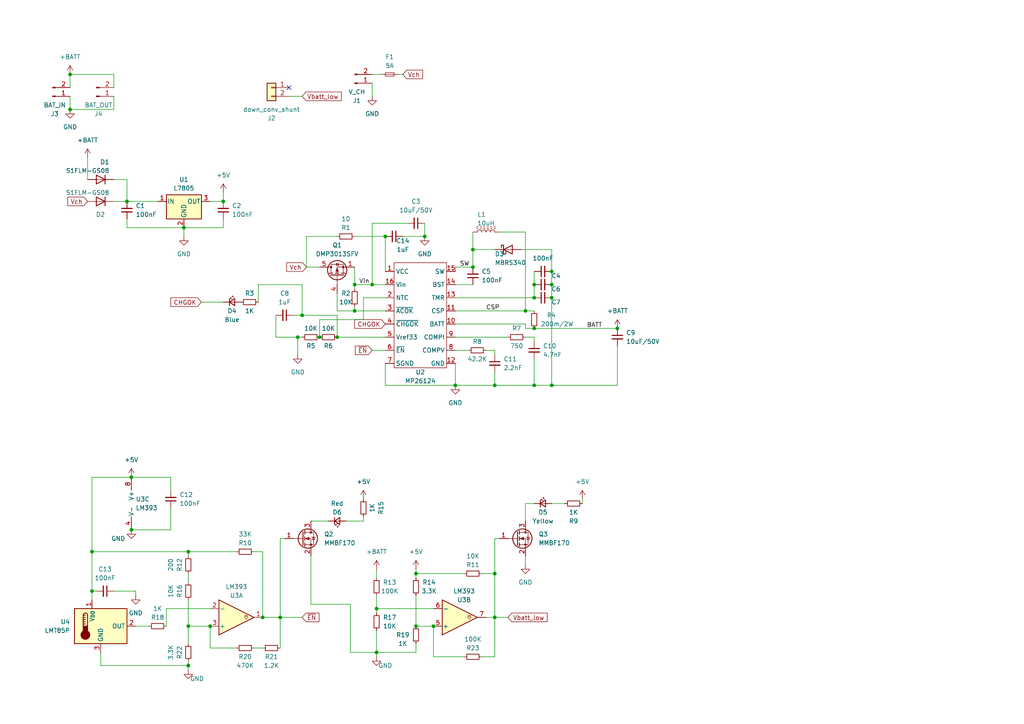
<source format=kicad_sch>
(kicad_sch (version 20230121) (generator eeschema)
  (paper "A4")
  (lib_symbols
    (symbol "Comparator:LM393" (pin_names (offset 0.127))
      (property "Reference" "U" (at 3.81 3.81 0))
      (property "Value" "LM393" (at 6.35 -3.81 0))
      (symbol "LM393_1_1"
        (polyline (pts (xy -5.08 5.08) (xy 5.08 0) (xy -5.08 -5.08) (xy -5.08 5.08)) (stroke (width 0.254)) (fill (type background)))
        (polyline (pts (xy 3.302 -0.508) (xy 2.794 -0.508) (xy 3.302 0) (xy 2.794 0.508) (xy 2.286 0) (xy 2.794 -0.508) (xy 2.286 -0.508)) (stroke (width 0.127)))
        (pin open_collector line (at 7.62 0 180) (length 2.54) (name "~") (number "1"))
        (pin input line (at -7.62 -2.54 0) (length 2.54) (name "-") (number "2"))
        (pin input line (at -7.62 2.54 0) (length 2.54) (name "+") (number "3"))
      )
      (symbol "LM393_2_1"
        (polyline (pts (xy -5.08 5.08) (xy 5.08 0) (xy -5.08 -5.08) (xy -5.08 5.08)) (stroke (width 0.254)) (fill (type background)))
        (polyline (pts (xy 3.302 -0.508) (xy 2.794 -0.508) (xy 3.302 0) (xy 2.794 0.508) (xy 2.286 0) (xy 2.794 -0.508) (xy 2.286 -0.508)) (stroke (width 0.127)))
        (pin input line (at -7.62 2.54 0) (length 2.54) (name "+") (number "5"))
        (pin input line (at -7.62 -2.54 0) (length 2.54) (name "-") (number "6"))
        (pin open_collector line (at 7.62 0 180) (length 2.54) (name "~") (number "7"))
      )
      (symbol "LM393_3_1"
        (pin power_in line (at -2.54 -7.62 90) (length 3.81) (name "V-") (number "4"))
        (pin power_in line (at -2.54 7.62 270) (length 3.81) (name "V+") (number "8"))
      )
    )
    (symbol "Connector:Conn_01x02_Pin" (pin_names (offset 1.016) hide)
      (property "Reference" "J" (at 0 2.54 0))
      (property "Value" "Conn_01x02_Pin" (at 0 -5.08 0))
      (symbol "Conn_01x02_Pin_1_1"
        (polyline (pts (xy 1.27 -2.54) (xy 0.8636 -2.54)) (stroke (width 0.1524)))
        (polyline (pts (xy 1.27 0) (xy 0.8636 0)) (stroke (width 0.1524)))
        (rectangle (start 0.8636 -2.413) (end 0 -2.667) (stroke (width 0.1524)) (fill (type outline)))
        (rectangle (start 0.8636 0.127) (end 0 -0.127) (stroke (width 0.1524)) (fill (type outline)))
        (pin passive line (at 5.08 0 180) (length 3.81) (name "Pin_1") (number "1"))
        (pin passive line (at 5.08 -2.54 180) (length 3.81) (name "Pin_2") (number "2"))
      )
    )
    (symbol "Connector_Generic:Conn_01x02" (pin_names (offset 1.016) hide)
      (property "Reference" "J" (at 0 2.54 0))
      (property "Value" "Conn_01x02" (at 0 -5.08 0))
      (symbol "Conn_01x02_1_1"
        (rectangle (start -1.27 -2.413) (end 0 -2.667) (stroke (width 0.1524)))
        (rectangle (start -1.27 0.127) (end 0 -0.127) (stroke (width 0.1524)))
        (rectangle (start -1.27 1.27) (end 1.27 -3.81) (stroke (width 0.254)) (fill (type background)))
        (pin passive line (at -5.08 0 0) (length 3.81) (name "Pin_1") (number "1"))
        (pin passive line (at -5.08 -2.54 0) (length 3.81) (name "Pin_2") (number "2"))
      )
    )
    (symbol "Device:C_Small" (pin_numbers hide) (pin_names (offset 0.254) hide)
      (property "Reference" "C" (at 0.254 1.778 0))
      (property "Value" "C_Small" (at 0.254 -2.032 0))
      (symbol "C_Small_0_1"
        (polyline (pts (xy -1.524 -0.508) (xy 1.524 -0.508)) (stroke (width 0.3302)))
        (polyline (pts (xy -1.524 0.508) (xy 1.524 0.508)) (stroke (width 0.3048)))
      )
      (symbol "C_Small_1_1"
        (pin passive line (at 0 2.54 270) (length 2.032) (name "~") (number "1"))
        (pin passive line (at 0 -2.54 90) (length 2.032) (name "~") (number "2"))
      )
    )
    (symbol "Device:D" (pin_numbers hide) (pin_names (offset 1.016) hide)
      (property "Reference" "D" (at 0 2.54 0))
      (property "Value" "D" (at 0 -2.54 0))
      (symbol "D_0_1"
        (polyline (pts (xy -1.27 1.27) (xy -1.27 -1.27)) (stroke (width 0.254)))
        (polyline (pts (xy 1.27 0) (xy -1.27 0)))
        (polyline (pts (xy 1.27 1.27) (xy 1.27 -1.27) (xy -1.27 0) (xy 1.27 1.27)) (stroke (width 0.254)))
      )
      (symbol "D_1_1"
        (pin passive line (at -3.81 0 0) (length 2.54) (name "K") (number "1"))
        (pin passive line (at 3.81 0 180) (length 2.54) (name "A") (number "2"))
      )
    )
    (symbol "Device:D_Schottky" (pin_numbers hide) (pin_names (offset 1.016) hide)
      (property "Reference" "D" (at 0 2.54 0))
      (property "Value" "D_Schottky" (at 0 -2.54 0))
      (symbol "D_Schottky_0_1"
        (polyline (pts (xy 1.27 0) (xy -1.27 0)))
        (polyline (pts (xy 1.27 1.27) (xy 1.27 -1.27) (xy -1.27 0) (xy 1.27 1.27)) (stroke (width 0.254)))
        (polyline (pts (xy -1.905 0.635) (xy -1.905 1.27) (xy -1.27 1.27) (xy -1.27 -1.27) (xy -0.635 -1.27) (xy -0.635 -0.635)) (stroke (width 0.254)))
      )
      (symbol "D_Schottky_1_1"
        (pin passive line (at -3.81 0 0) (length 2.54) (name "K") (number "1"))
        (pin passive line (at 3.81 0 180) (length 2.54) (name "A") (number "2"))
      )
    )
    (symbol "Device:Fuse_Small" (pin_numbers hide) (pin_names (offset 0.254) hide)
      (property "Reference" "F" (at 0 -1.524 0))
      (property "Value" "Fuse_Small" (at 0 1.524 0))
      (symbol "Fuse_Small_0_1"
        (rectangle (start -1.27 0.508) (end 1.27 -0.508))
        (polyline (pts (xy -1.27 0) (xy 1.27 0)))
      )
      (symbol "Fuse_Small_1_1"
        (pin passive line (at -2.54 0 0) (length 1.27) (name "~") (number "1"))
        (pin passive line (at 2.54 0 180) (length 1.27) (name "~") (number "2"))
      )
    )
    (symbol "Device:LED_Small" (pin_numbers hide) (pin_names (offset 0.254) hide)
      (property "Reference" "D" (at -1.27 3.175 0))
      (property "Value" "LED_Small" (at -4.445 -2.54 0))
      (symbol "LED_Small_0_1"
        (polyline (pts (xy -0.762 -1.016) (xy -0.762 1.016)) (stroke (width 0.254)))
        (polyline (pts (xy 1.016 0) (xy -0.762 0)))
        (polyline (pts (xy 0.762 -1.016) (xy -0.762 0) (xy 0.762 1.016) (xy 0.762 -1.016)) (stroke (width 0.254)))
        (polyline (pts (xy 0 0.762) (xy -0.508 1.27) (xy -0.254 1.27) (xy -0.508 1.27) (xy -0.508 1.016)))
        (polyline (pts (xy 0.508 1.27) (xy 0 1.778) (xy 0.254 1.778) (xy 0 1.778) (xy 0 1.524)))
      )
      (symbol "LED_Small_1_1"
        (pin passive line (at -2.54 0 0) (length 1.778) (name "K") (number "1"))
        (pin passive line (at 2.54 0 180) (length 1.778) (name "A") (number "2"))
      )
    )
    (symbol "Device:L_Ferrite" (pin_numbers hide) (pin_names (offset 1.016) hide)
      (property "Reference" "L" (at -1.27 0 90))
      (property "Value" "L_Ferrite" (at 2.794 0 90))
      (symbol "L_Ferrite_0_1"
        (arc (start 0 -2.54) (mid 0.6323 -1.905) (end 0 -1.27))
        (arc (start 0 -1.27) (mid 0.6323 -0.635) (end 0 0))
        (polyline (pts (xy 1.016 -2.794) (xy 1.016 -2.286)))
        (polyline (pts (xy 1.016 -1.778) (xy 1.016 -1.27)))
        (polyline (pts (xy 1.016 -0.762) (xy 1.016 -0.254)))
        (polyline (pts (xy 1.016 0.254) (xy 1.016 0.762)))
        (polyline (pts (xy 1.016 1.27) (xy 1.016 1.778)))
        (polyline (pts (xy 1.016 2.286) (xy 1.016 2.794)))
        (polyline (pts (xy 1.524 -2.286) (xy 1.524 -2.794)))
        (polyline (pts (xy 1.524 -1.27) (xy 1.524 -1.778)))
        (polyline (pts (xy 1.524 -0.254) (xy 1.524 -0.762)))
        (polyline (pts (xy 1.524 0.762) (xy 1.524 0.254)))
        (polyline (pts (xy 1.524 1.778) (xy 1.524 1.27)))
        (polyline (pts (xy 1.524 2.794) (xy 1.524 2.286)))
        (arc (start 0 0) (mid 0.6323 0.635) (end 0 1.27))
        (arc (start 0 1.27) (mid 0.6323 1.905) (end 0 2.54))
      )
      (symbol "L_Ferrite_1_1"
        (pin passive line (at 0 3.81 270) (length 1.27) (name "1") (number "1"))
        (pin passive line (at 0 -3.81 90) (length 1.27) (name "2") (number "2"))
      )
    )
    (symbol "Device:R_Small" (pin_numbers hide) (pin_names (offset 0.254) hide)
      (property "Reference" "R" (at 0.762 0.508 0))
      (property "Value" "R_Small" (at 0.762 -1.016 0))
      (symbol "R_Small_0_1"
        (rectangle (start -0.762 1.778) (end 0.762 -1.778) (stroke (width 0.2032)))
      )
      (symbol "R_Small_1_1"
        (pin passive line (at 0 2.54 270) (length 0.762) (name "~") (number "1"))
        (pin passive line (at 0 -2.54 90) (length 0.762) (name "~") (number "2"))
      )
    )
    (symbol "GND_1" (power) (pin_names (offset 0))
      (property "Value" "GND_1" (at 0 -3.81 0))
      (symbol "GND_1_0_1"
        (polyline (pts (xy 0 0) (xy 0 -1.27) (xy 1.27 -1.27) (xy 0 -2.54) (xy -1.27 -1.27) (xy 0 -1.27)))
      )
      (symbol "GND_1_1_1"
        (pin power_in line (at 0 0 270) (length 0) hide (name "GND") (number "1"))
      )
    )
    (symbol "Regulator_Linear:L7805" (pin_names (offset 0.254))
      (property "Reference" "U" (at -3.81 3.175 0))
      (property "Value" "L7805" (at 0 3.175 0))
      (symbol "L7805_0_1"
        (rectangle (start -5.08 1.905) (end 5.08 -5.08) (stroke (width 0.254)) (fill (type background)))
      )
      (symbol "L7805_1_1"
        (pin power_in line (at -7.62 0 0) (length 2.54) (name "IN") (number "1"))
        (pin power_in line (at 0 -7.62 90) (length 2.54) (name "GND") (number "2"))
        (pin power_out line (at 7.62 0 180) (length 2.54) (name "OUT") (number "3"))
      )
    )
    (symbol "Transistor_FET:DMP3013SFV" (pin_names hide)
      (property "Reference" "Q" (at 5.08 1.905 0))
      (property "Value" "DMP3013SFV" (at 5.08 0 0))
      (symbol "DMP3013SFV_0_1"
        (polyline (pts (xy 0.254 0) (xy -2.54 0)))
        (polyline (pts (xy 0.254 1.905) (xy 0.254 -1.905)) (stroke (width 0.254)))
        (polyline (pts (xy 0.762 -1.27) (xy 0.762 -2.286)) (stroke (width 0.254)))
        (polyline (pts (xy 0.762 0.508) (xy 0.762 -0.508)) (stroke (width 0.254)))
        (polyline (pts (xy 0.762 2.286) (xy 0.762 1.27)) (stroke (width 0.254)))
        (polyline (pts (xy 2.54 2.54) (xy 2.54 1.778)))
        (polyline (pts (xy 2.54 -2.54) (xy 2.54 0) (xy 0.762 0)))
        (polyline (pts (xy 0.762 1.778) (xy 3.302 1.778) (xy 3.302 -1.778) (xy 0.762 -1.778)))
        (polyline (pts (xy 2.286 0) (xy 1.27 0.381) (xy 1.27 -0.381) (xy 2.286 0)) (fill (type outline)))
        (polyline (pts (xy 2.794 -0.508) (xy 2.921 -0.381) (xy 3.683 -0.381) (xy 3.81 -0.254)))
        (polyline (pts (xy 3.302 -0.381) (xy 2.921 0.254) (xy 3.683 0.254) (xy 3.302 -0.381)))
        (circle (center 1.651 0) (radius 2.794) (stroke (width 0.254)))
        (circle (center 2.54 -1.778) (radius 0.254) (fill (type outline)))
        (circle (center 2.54 1.778) (radius 0.254) (fill (type outline)))
      )
      (symbol "DMP3013SFV_1_1"
        (pin passive line (at 2.54 -5.08 90) (length 2.54) (name "S") (number "1"))
        (pin passive line (at 2.54 -5.08 90) (length 2.54) hide (name "S") (number "2"))
        (pin passive line (at 2.54 -5.08 90) (length 2.54) hide (name "S") (number "3"))
        (pin passive line (at -5.08 0 0) (length 2.54) (name "G") (number "4"))
        (pin passive line (at 2.54 5.08 270) (length 2.54) (name "D") (number "5"))
      )
    )
    (symbol "Transistor_FET:MMBF170" (pin_names hide)
      (property "Reference" "Q" (at 5.08 1.905 0))
      (property "Value" "MMBF170" (at 5.08 0 0))
      (symbol "MMBF170_0_1"
        (polyline (pts (xy 0.254 0) (xy -2.54 0)))
        (polyline (pts (xy 0.254 1.905) (xy 0.254 -1.905)) (stroke (width 0.254)))
        (polyline (pts (xy 0.762 -1.27) (xy 0.762 -2.286)) (stroke (width 0.254)))
        (polyline (pts (xy 0.762 0.508) (xy 0.762 -0.508)) (stroke (width 0.254)))
        (polyline (pts (xy 0.762 2.286) (xy 0.762 1.27)) (stroke (width 0.254)))
        (polyline (pts (xy 2.54 2.54) (xy 2.54 1.778)))
        (polyline (pts (xy 2.54 -2.54) (xy 2.54 0) (xy 0.762 0)))
        (polyline (pts (xy 0.762 -1.778) (xy 3.302 -1.778) (xy 3.302 1.778) (xy 0.762 1.778)))
        (polyline (pts (xy 1.016 0) (xy 2.032 0.381) (xy 2.032 -0.381) (xy 1.016 0)) (fill (type outline)))
        (polyline (pts (xy 2.794 0.508) (xy 2.921 0.381) (xy 3.683 0.381) (xy 3.81 0.254)))
        (polyline (pts (xy 3.302 0.381) (xy 2.921 -0.254) (xy 3.683 -0.254) (xy 3.302 0.381)))
        (circle (center 1.651 0) (radius 2.794) (stroke (width 0.254)))
        (circle (center 2.54 -1.778) (radius 0.254) (fill (type outline)))
        (circle (center 2.54 1.778) (radius 0.254) (fill (type outline)))
      )
      (symbol "MMBF170_1_1"
        (pin input line (at -5.08 0 0) (length 2.54) (name "G") (number "1"))
        (pin passive line (at 2.54 -5.08 90) (length 2.54) (name "S") (number "2"))
        (pin passive line (at 2.54 5.08 270) (length 2.54) (name "D") (number "3"))
      )
    )
    (symbol "aib:LMT85P"
      (property "Reference" "U" (at -6.35 6.35 0))
      (property "Value" "LMT85P" (at 5.08 6.35 0))
      (symbol "LMT85P_0_1"
        (rectangle (start -7.62 5.08) (end 7.62 -5.08) (stroke (width 0.254)) (fill (type background)))
        (circle (center -4.445 -2.54) (radius 1.27) (stroke (width 0.254)) (fill (type outline)))
        (rectangle (start -3.81 -1.905) (end -5.08 0) (stroke (width 0.254)) (fill (type outline)))
        (arc (start -3.81 3.175) (mid -4.445 3.8073) (end -5.08 3.175) (stroke (width 0.254)))
        (polyline (pts (xy -5.08 0.635) (xy -4.445 0.635)) (stroke (width 0.254)))
        (polyline (pts (xy -5.08 1.27) (xy -4.445 1.27)) (stroke (width 0.254)))
        (polyline (pts (xy -5.08 1.905) (xy -4.445 1.905)) (stroke (width 0.254)))
        (polyline (pts (xy -5.08 2.54) (xy -4.445 2.54)) (stroke (width 0.254)))
        (polyline (pts (xy -5.08 3.175) (xy -5.08 0)) (stroke (width 0.254)))
        (polyline (pts (xy -5.08 3.175) (xy -4.445 3.175)) (stroke (width 0.254)))
        (polyline (pts (xy -3.81 3.175) (xy -3.81 0)) (stroke (width 0.254)))
      )
      (symbol "LMT85P_1_1"
        (pin power_in line (at -2.54 7.62 270) (length 2.54) (name "V_{DD}") (number "1"))
        (pin output line (at 10.16 0 180) (length 2.54) (name "OUT") (number "2"))
        (pin power_in line (at 0 -7.62 90) (length 2.54) (name "GND") (number "3"))
      )
    )
    (symbol "aib:MP26124"
      (property "Reference" "U" (at 0 0 0))
      (property "Value" "MP26124" (at 0 0 0))
      (symbol "MP26124_0_1"
        (rectangle (start -7.62 -2.54) (end 7.62 -33.02))
      )
      (symbol "MP26124_1_1"
        (pin power_in line (at -10.16 -5.08 0) (length 2.54) (name "VCC") (number "1"))
        (pin passive line (at 10.16 -20.32 180) (length 2.54) (name "BATT") (number "10"))
        (pin passive line (at 10.16 -16.51 180) (length 2.54) (name "CSP") (number "11"))
        (pin power_in line (at 10.16 -31.75 180) (length 2.54) (name "GND") (number "12"))
        (pin passive line (at 10.16 -12.7 180) (length 2.54) (name "TMR") (number "13"))
        (pin passive line (at 10.16 -8.89 180) (length 2.54) (name "BST") (number "14"))
        (pin passive line (at 10.16 -5.08 180) (length 2.54) (name "SW") (number "15"))
        (pin power_in line (at -10.16 -8.89 0) (length 2.54) (name "Vin") (number "16"))
        (pin passive line (at -10.16 -12.7 0) (length 2.54) (name "NTC") (number "2"))
        (pin passive line (at -10.16 -16.51 0) (length 2.54) (name "~{ACOK}") (number "3"))
        (pin passive line (at -10.16 -20.32 0) (length 2.54) (name "~{CHGOK}") (number "4"))
        (pin passive line (at -10.16 -24.13 0) (length 2.54) (name "Vref33") (number "5"))
        (pin passive line (at -10.16 -27.94 0) (length 2.54) (name "~{EN}") (number "6"))
        (pin power_in line (at -10.16 -31.75 0) (length 2.54) (name "SGND") (number "7"))
        (pin passive line (at 10.16 -27.94 180) (length 2.54) (name "COMPV") (number "8"))
        (pin passive line (at 10.16 -24.13 180) (length 2.54) (name "COMPI") (number "9"))
      )
    )
    (symbol "power:+5V" (power) (pin_names (offset 0))
      (property "Value" "+5V" (at 0 3.556 0))
      (symbol "+5V_0_1"
        (polyline (pts (xy -0.762 1.27) (xy 0 2.54)))
        (polyline (pts (xy 0 0) (xy 0 2.54)))
        (polyline (pts (xy 0 2.54) (xy 0.762 1.27)))
      )
      (symbol "+5V_1_1"
        (pin power_in line (at 0 0 90) (length 0) hide (name "+5V") (number "1"))
      )
    )
    (symbol "power:+BATT" (power) (pin_names (offset 0))
      (property "Value" "+BATT" (at 0 3.556 0))
      (symbol "+BATT_0_1"
        (polyline (pts (xy -0.762 1.27) (xy 0 2.54)))
        (polyline (pts (xy 0 0) (xy 0 2.54)))
        (polyline (pts (xy 0 2.54) (xy 0.762 1.27)))
      )
      (symbol "+BATT_1_1"
        (pin power_in line (at 0 0 90) (length 0) hide (name "+BATT") (number "1"))
      )
    )
    (symbol "power:GND" (power) (pin_names (offset 0))
      (property "Value" "GND" (at 0 -3.81 0))
      (symbol "GND_0_1"
        (polyline (pts (xy 0 0) (xy 0 -1.27) (xy 1.27 -1.27) (xy 0 -2.54) (xy -1.27 -1.27) (xy 0 -1.27)))
      )
      (symbol "GND_1_1"
        (pin power_in line (at 0 0 270) (length 0) hide (name "GND") (number "1"))
      )
    )
  )
  (junction (at 160.02 78.74))
  (junction (at 109.22 189.23))
  (junction (at 26.67 171.45))
  (junction (at 97.79 97.79))
  (junction (at 54.61 160.02))
  (junction (at 160.02 86.36))
  (junction (at 154.94 82.55))
  (junction (at 120.65 181.61))
  (junction (at 54.61 193.04))
  (junction (at 160.02 111.76))
  (junction (at 36.83 58.42))
  (junction (at 81.28 179.07))
  (junction (at 143.51 179.07))
  (junction (at 38.1 138.43))
  (junction (at 179.07 95.25))
  (junction (at 120.65 166.37))
  (junction (at 53.34 66.04))
  (junction (at 86.36 97.79))
  (junction (at 123.19 68.58))
  (junction (at 160.02 82.55))
  (junction (at 92.71 97.79))
  (junction (at 154.94 95.25))
  (junction (at 102.87 90.17))
  (junction (at 107.95 82.55))
  (junction (at 60.96 181.61))
  (junction (at 137.16 77.47))
  (junction (at 152.4 90.17))
  (junction (at 38.1 153.67))
  (junction (at 26.67 160.02))
  (junction (at 125.73 181.61))
  (junction (at 20.32 31.75))
  (junction (at 154.94 111.76))
  (junction (at 102.87 82.55))
  (junction (at 143.51 166.37))
  (junction (at 54.61 181.61))
  (junction (at 137.16 72.39))
  (junction (at 76.2 179.07))
  (junction (at 143.51 111.76))
  (junction (at 64.77 58.42))
  (junction (at 109.22 176.53))
  (junction (at 154.94 86.36))
  (junction (at 132.08 111.76))
  (junction (at 20.32 21.59))
  (junction (at 111.76 68.58))
  (junction (at 87.63 91.44))
  (no_connect (at 83.82 25.4))
  (wire (pts (xy 60.96 58.42) (xy 64.77 58.42)))
  (wire (pts (xy 125.73 190.5) (xy 125.73 181.61)))
  (wire (pts (xy 120.65 165.1) (xy 120.65 166.37)))
  (wire (pts (xy 107.95 24.13) (xy 107.95 27.94)))
  (wire (pts (xy 64.77 63.5) (xy 64.77 66.04)))
  (wire (pts (xy 132.08 97.79) (xy 147.32 97.79)))
  (wire (pts (xy 80.01 97.79) (xy 86.36 97.79)))
  (wire (pts (xy 132.08 77.47) (xy 137.16 77.47)))
  (wire (pts (xy 97.79 90.17) (xy 102.87 90.17)))
  (wire (pts (xy 152.4 146.05) (xy 152.4 151.13)))
  (wire (pts (xy 29.21 189.23) (xy 29.21 193.04)))
  (wire (pts (xy 54.61 173.99) (xy 54.61 181.61)))
  (wire (pts (xy 143.51 166.37) (xy 143.51 179.07)))
  (wire (pts (xy 109.22 176.53) (xy 125.73 176.53)))
  (wire (pts (xy 160.02 78.74) (xy 160.02 82.55)))
  (wire (pts (xy 160.02 86.36) (xy 160.02 111.76)))
  (wire (pts (xy 102.87 77.47) (xy 102.87 82.55)))
  (wire (pts (xy 81.28 156.21) (xy 81.28 179.07)))
  (wire (pts (xy 102.87 82.55) (xy 102.87 83.82)))
  (wire (pts (xy 152.4 90.17) (xy 154.94 90.17)))
  (wire (pts (xy 54.61 181.61) (xy 54.61 186.69)))
  (wire (pts (xy 137.16 72.39) (xy 137.16 77.47)))
  (wire (pts (xy 26.67 160.02) (xy 26.67 171.45)))
  (wire (pts (xy 54.61 193.04) (xy 54.61 194.31)))
  (wire (pts (xy 38.1 138.43) (xy 26.67 138.43)))
  (wire (pts (xy 26.67 171.45) (xy 27.94 171.45)))
  (wire (pts (xy 49.53 147.32) (xy 49.53 153.67)))
  (wire (pts (xy 105.41 149.86) (xy 105.41 151.13)))
  (wire (pts (xy 168.91 144.78) (xy 168.91 146.05)))
  (wire (pts (xy 120.65 166.37) (xy 134.62 166.37)))
  (wire (pts (xy 76.2 160.02) (xy 76.2 179.07)))
  (wire (pts (xy 36.83 63.5) (xy 36.83 66.04)))
  (wire (pts (xy 115.57 21.59) (xy 116.84 21.59)))
  (wire (pts (xy 102.87 88.9) (xy 102.87 90.17)))
  (wire (pts (xy 54.61 160.02) (xy 54.61 161.29)))
  (wire (pts (xy 152.4 67.31) (xy 152.4 90.17)))
  (wire (pts (xy 139.7 166.37) (xy 143.51 166.37)))
  (wire (pts (xy 74.93 82.55) (xy 87.63 82.55)))
  (wire (pts (xy 102.87 90.17) (xy 111.76 90.17)))
  (wire (pts (xy 26.67 173.99) (xy 26.67 171.45)))
  (wire (pts (xy 140.97 101.6) (xy 143.51 101.6)))
  (wire (pts (xy 25.4 45.72) (xy 25.4 52.07)))
  (wire (pts (xy 109.22 182.88) (xy 109.22 189.23)))
  (wire (pts (xy 154.94 95.25) (xy 179.07 95.25)))
  (wire (pts (xy 49.53 142.24) (xy 49.53 138.43)))
  (wire (pts (xy 64.77 55.88) (xy 64.77 58.42)))
  (wire (pts (xy 36.83 58.42) (xy 45.72 58.42)))
  (wire (pts (xy 87.63 82.55) (xy 87.63 91.44)))
  (wire (pts (xy 97.79 85.09) (xy 97.79 90.17)))
  (wire (pts (xy 101.6 175.26) (xy 101.6 189.23)))
  (wire (pts (xy 139.7 190.5) (xy 143.51 190.5)))
  (wire (pts (xy 64.77 66.04) (xy 53.34 66.04)))
  (wire (pts (xy 120.65 186.69) (xy 120.65 189.23)))
  (wire (pts (xy 107.95 64.77) (xy 107.95 82.55)))
  (wire (pts (xy 109.22 172.72) (xy 109.22 176.53)))
  (wire (pts (xy 143.51 179.07) (xy 147.32 179.07)))
  (wire (pts (xy 33.02 58.42) (xy 36.83 58.42)))
  (wire (pts (xy 118.11 64.77) (xy 107.95 64.77)))
  (wire (pts (xy 54.61 166.37) (xy 54.61 168.91)))
  (wire (pts (xy 85.09 91.44) (xy 87.63 91.44)))
  (wire (pts (xy 160.02 82.55) (xy 160.02 86.36)))
  (wire (pts (xy 36.83 66.04) (xy 53.34 66.04)))
  (wire (pts (xy 26.67 138.43) (xy 26.67 160.02)))
  (wire (pts (xy 80.01 91.44) (xy 80.01 97.79)))
  (wire (pts (xy 109.22 165.1) (xy 109.22 167.64)))
  (wire (pts (xy 154.94 82.55) (xy 154.94 86.36)))
  (wire (pts (xy 39.37 171.45) (xy 39.37 172.72)))
  (wire (pts (xy 152.4 161.29) (xy 152.4 163.83)))
  (wire (pts (xy 54.61 181.61) (xy 60.96 181.61)))
  (wire (pts (xy 29.21 193.04) (xy 54.61 193.04)))
  (wire (pts (xy 60.96 187.96) (xy 60.96 181.61)))
  (wire (pts (xy 53.34 68.58) (xy 53.34 66.04)))
  (wire (pts (xy 38.1 153.67) (xy 49.53 153.67)))
  (wire (pts (xy 107.95 21.59) (xy 110.49 21.59)))
  (wire (pts (xy 154.94 97.79) (xy 154.94 99.06)))
  (wire (pts (xy 74.93 87.63) (xy 74.93 82.55)))
  (wire (pts (xy 105.41 151.13) (xy 100.33 151.13)))
  (wire (pts (xy 179.07 100.33) (xy 179.07 111.76)))
  (wire (pts (xy 160.02 146.05) (xy 163.83 146.05)))
  (wire (pts (xy 33.02 25.4) (xy 33.02 21.59)))
  (wire (pts (xy 33.02 171.45) (xy 39.37 171.45)))
  (wire (pts (xy 88.9 77.47) (xy 92.71 77.47)))
  (wire (pts (xy 143.51 190.5) (xy 143.51 179.07)))
  (wire (pts (xy 81.28 179.07) (xy 81.28 187.96)))
  (wire (pts (xy 132.08 105.41) (xy 132.08 111.76)))
  (wire (pts (xy 33.02 27.94) (xy 33.02 31.75)))
  (wire (pts (xy 33.02 31.75) (xy 20.32 31.75)))
  (wire (pts (xy 144.78 67.31) (xy 152.4 67.31)))
  (wire (pts (xy 179.07 111.76) (xy 160.02 111.76)))
  (wire (pts (xy 152.4 90.17) (xy 132.08 90.17)))
  (wire (pts (xy 20.32 27.94) (xy 20.32 31.75)))
  (wire (pts (xy 143.51 107.95) (xy 143.51 111.76)))
  (wire (pts (xy 87.63 91.44) (xy 97.79 91.44)))
  (wire (pts (xy 111.76 86.36) (xy 105.41 86.36)))
  (wire (pts (xy 160.02 111.76) (xy 154.94 111.76)))
  (wire (pts (xy 154.94 104.14) (xy 154.94 111.76)))
  (wire (pts (xy 143.51 101.6) (xy 143.51 102.87)))
  (wire (pts (xy 109.22 189.23) (xy 109.22 190.5)))
  (wire (pts (xy 154.94 78.74) (xy 154.94 82.55)))
  (wire (pts (xy 137.16 67.31) (xy 137.16 72.39)))
  (wire (pts (xy 81.28 156.21) (xy 82.55 156.21)))
  (wire (pts (xy 73.66 187.96) (xy 76.2 187.96)))
  (wire (pts (xy 102.87 68.58) (xy 111.76 68.58)))
  (wire (pts (xy 88.9 68.58) (xy 88.9 77.47)))
  (wire (pts (xy 152.4 95.25) (xy 154.94 95.25)))
  (wire (pts (xy 54.61 191.77) (xy 54.61 193.04)))
  (wire (pts (xy 143.51 111.76) (xy 132.08 111.76)))
  (wire (pts (xy 120.65 181.61) (xy 125.73 181.61)))
  (wire (pts (xy 120.65 166.37) (xy 120.65 167.64)))
  (wire (pts (xy 83.82 27.94) (xy 87.63 27.94)))
  (wire (pts (xy 88.9 68.58) (xy 97.79 68.58)))
  (wire (pts (xy 143.51 156.21) (xy 143.51 166.37)))
  (wire (pts (xy 33.02 21.59) (xy 20.32 21.59)))
  (wire (pts (xy 116.84 68.58) (xy 123.19 68.58)))
  (wire (pts (xy 143.51 72.39) (xy 137.16 72.39)))
  (wire (pts (xy 39.37 181.61) (xy 43.18 181.61)))
  (wire (pts (xy 134.62 190.5) (xy 125.73 190.5)))
  (wire (pts (xy 26.67 160.02) (xy 54.61 160.02)))
  (wire (pts (xy 151.13 72.39) (xy 160.02 72.39)))
  (wire (pts (xy 107.95 101.6) (xy 111.76 101.6)))
  (wire (pts (xy 58.42 87.63) (xy 64.77 87.63)))
  (wire (pts (xy 132.08 82.55) (xy 137.16 82.55)))
  (wire (pts (xy 48.26 181.61) (xy 48.26 176.53)))
  (wire (pts (xy 111.76 78.74) (xy 111.76 68.58)))
  (wire (pts (xy 102.87 82.55) (xy 107.95 82.55)))
  (wire (pts (xy 101.6 189.23) (xy 109.22 189.23)))
  (wire (pts (xy 120.65 189.23) (xy 109.22 189.23)))
  (wire (pts (xy 48.26 176.53) (xy 60.96 176.53)))
  (wire (pts (xy 154.94 146.05) (xy 152.4 146.05)))
  (wire (pts (xy 154.94 111.76) (xy 143.51 111.76)))
  (wire (pts (xy 132.08 78.74) (xy 132.08 77.47)))
  (wire (pts (xy 20.32 21.59) (xy 20.32 25.4)))
  (wire (pts (xy 140.97 179.07) (xy 143.51 179.07)))
  (wire (pts (xy 36.83 52.07) (xy 36.83 58.42)))
  (wire (pts (xy 105.41 92.71) (xy 92.71 92.71)))
  (wire (pts (xy 97.79 91.44) (xy 97.79 97.79)))
  (wire (pts (xy 68.58 187.96) (xy 60.96 187.96)))
  (wire (pts (xy 120.65 172.72) (xy 120.65 181.61)))
  (wire (pts (xy 111.76 111.76) (xy 132.08 111.76)))
  (wire (pts (xy 86.36 97.79) (xy 86.36 102.87)))
  (wire (pts (xy 132.08 101.6) (xy 135.89 101.6)))
  (wire (pts (xy 143.51 156.21) (xy 144.78 156.21)))
  (wire (pts (xy 73.66 160.02) (xy 76.2 160.02)))
  (wire (pts (xy 152.4 97.79) (xy 154.94 97.79)))
  (wire (pts (xy 132.08 86.36) (xy 154.94 86.36)))
  (wire (pts (xy 123.19 64.77) (xy 123.19 68.58)))
  (wire (pts (xy 76.2 179.07) (xy 81.28 179.07)))
  (wire (pts (xy 97.79 97.79) (xy 111.76 97.79)))
  (wire (pts (xy 92.71 92.71) (xy 92.71 97.79)))
  (wire (pts (xy 132.08 93.98) (xy 152.4 93.98)))
  (wire (pts (xy 111.76 105.41) (xy 111.76 111.76)))
  (wire (pts (xy 87.63 97.79) (xy 86.36 97.79)))
  (wire (pts (xy 90.17 175.26) (xy 90.17 161.29)))
  (wire (pts (xy 109.22 176.53) (xy 109.22 177.8)))
  (wire (pts (xy 81.28 179.07) (xy 87.63 179.07)))
  (wire (pts (xy 90.17 151.13) (xy 95.25 151.13)))
  (wire (pts (xy 107.95 82.55) (xy 111.76 82.55)))
  (wire (pts (xy 101.6 175.26) (xy 90.17 175.26)))
  (wire (pts (xy 49.53 138.43) (xy 38.1 138.43)))
  (wire (pts (xy 33.02 52.07) (xy 36.83 52.07)))
  (wire (pts (xy 160.02 72.39) (xy 160.02 78.74)))
  (wire (pts (xy 105.41 86.36) (xy 105.41 92.71)))
  (wire (pts (xy 152.4 93.98) (xy 152.4 95.25)))
  (wire (pts (xy 54.61 160.02) (xy 68.58 160.02)))
  (label "CSP" (at 140.97 90.17 0))
  (label "BATT" (at 170.18 95.25 0))
  (label "SW" (at 133.35 77.47 0))
  (label "Vin" (at 104.14 82.55 0))
  (global_label "Vch" (shape input) (at 25.4 58.42 180) (property "Intersheetrefs" "${INTERSHEET_REFS}" (effects hide)))
  (global_label "~{EN}" (shape input) (at 107.95 101.6 180) (property "Intersheetrefs" "${INTERSHEET_REFS}" (effects hide)))
  (global_label "Vbatt_low" (shape input) (at 147.32 179.07 0) (property "Intersheetrefs" "${INTERSHEET_REFS}" (effects hide)))
  (global_label "CHGOK" (shape input) (at 111.76 93.98 180) (property "Intersheetrefs" "${INTERSHEET_REFS}" (effects hide)))
  (global_label "~{EN}" (shape input) (at 87.63 179.07 0) (property "Intersheetrefs" "${INTERSHEET_REFS}" (effects hide)))
  (global_label "Vch" (shape input) (at 88.9 77.47 180) (property "Intersheetrefs" "${INTERSHEET_REFS}" (effects hide)))
  (global_label "Vch" (shape input) (at 116.84 21.59 0) (property "Intersheetrefs" "${INTERSHEET_REFS}" (effects hide)))
  (global_label "CHGOK" (shape input) (at 58.42 87.63 180) (property "Intersheetrefs" "${INTERSHEET_REFS}" (effects hide)))
  (global_label "Vbatt_low" (shape input) (at 87.63 27.94 0) (property "Intersheetrefs" "${INTERSHEET_REFS}" (effects hide)))
  (symbol (lib_id "power:+BATT") (at 25.4 45.72 0) (unit 1)
    (property "Reference" "#PWR04" (effects hide))
    (property "Value" "+BATT" (at 25.4 40.64 0))
  )
  (symbol (lib_id "Device:R_Small") (at 90.17 97.79 270) (unit 1)
    (property "Reference" "R5" (at 90.17 100.33 90))
    (property "Value" "10K" (at 90.17 95.25 90))
    (property "Footprint" "Resistor_SMD:R_1206_3216Metric_Pad1.30x1.75mm_HandSolder" (effects hide))
  )
  (symbol (lib_id "Device:R_Small") (at 154.94 92.71 180) (unit 1)
    (property "Reference" "R4" (at 161.29 91.44 0) (effects (justify left)))
    (property "Value" "200m/2W" (at 166.37 93.98 0) (effects (justify left)))
    (property "Footprint" "Resistor_SMD:R_2512_6332Metric_Pad1.40x3.35mm_HandSolder" (effects hide))
  )
  (symbol (lib_id "Device:R_Small") (at 109.22 180.34 0) (unit 1)
    (property "Reference" "R17" (at 113.03 179.07 0))
    (property "Value" "10K" (at 113.03 181.61 0))
    (property "Footprint" "Resistor_SMD:R_1206_3216Metric_Pad1.30x1.75mm_HandSolder" (effects hide))
  )
  (symbol (lib_id "power:+5V") (at 105.41 144.78 0) (unit 1)
    (property "Reference" "#PWR013" (effects hide))
    (property "Value" "+5V" (at 105.41 139.7 0))
  )
  (symbol (lib_name "GND_1") (lib_id "power:GND") (at 38.1 153.67 0) (unit 1)
    (property "Reference" "#PWR014" (effects hide))
    (property "Value" "GND" (at 34.29 156.21 0))
  )
  (symbol (lib_id "Device:D") (at 29.21 58.42 180) (unit 1)
    (property "Reference" "D2" (at 30.48 62.23 0) (effects (justify left)))
    (property "Value" "S1FLM-GS08" (at 31.75 55.88 0) (effects (justify left)))
    (property "Footprint" "Diode_SMD:D_SMF" (effects hide))
    (property "Sim.Device" "D" (effects hide))
    (property "Sim.Pins" "1=K 2=A" (effects hide))
  )
  (symbol (lib_id "power:GND") (at 132.08 111.76 0) (unit 1)
    (property "Reference" "#PWR010" (effects hide))
    (property "Value" "GND" (at 132.08 116.84 0))
  )
  (symbol (lib_id "Device:R_Small") (at 166.37 146.05 270) (unit 1)
    (property "Reference" "R9" (at 166.37 151.13 90))
    (property "Value" "1K" (at 166.37 148.59 90))
    (property "Footprint" "Resistor_SMD:R_1206_3216Metric_Pad1.30x1.75mm_HandSolder" (effects hide))
  )
  (symbol (lib_id "Device:C_Small") (at 82.55 91.44 270) (unit 1)
    (property "Reference" "C8" (at 82.5436 85.09 90))
    (property "Value" "1uF" (at 82.5436 87.63 90))
    (property "Footprint" "Capacitor_SMD:C_1206_3216Metric_Pad1.33x1.80mm_HandSolder" (effects hide))
  )
  (symbol (lib_id "power:+BATT") (at 20.32 21.59 0) (unit 1)
    (property "Reference" "#PWR01" (effects hide))
    (property "Value" "+BATT" (at 20.32 16.51 0))
  )
  (symbol (lib_id "Device:C_Small") (at 157.48 82.55 90) (unit 1)
    (property "Reference" "C6" (at 161.29 83.82 90))
    (property "Value" "100nF" (effects hide))
    (property "Footprint" "Capacitor_SMD:C_0805_2012Metric_Pad1.18x1.45mm_HandSolder" (effects hide))
  )
  (symbol (lib_id "power:GND") (at 20.32 31.75 0) (unit 1)
    (property "Reference" "#PWR03" (effects hide))
    (property "Value" "GND" (at 20.32 36.83 0))
  )
  (symbol (lib_name "GND_1") (lib_id "power:GND") (at 152.4 163.83 0) (unit 1)
    (property "Reference" "#PWR015" (effects hide))
    (property "Value" "GND" (at 152.4 168.91 0))
  )
  (symbol (lib_id "Device:R_Small") (at 71.12 187.96 270) (unit 1)
    (property "Reference" "R20" (at 71.12 190.5 90))
    (property "Value" "470K" (at 71.12 193.04 90))
    (property "Footprint" "Resistor_SMD:R_1206_3216Metric_Pad1.30x1.75mm_HandSolder" (effects hide))
  )
  (symbol (lib_id "Device:R_Small") (at 109.22 170.18 0) (unit 1)
    (property "Reference" "R13" (at 113.03 168.91 0))
    (property "Value" "100K" (at 113.03 171.45 0))
    (property "Footprint" "Resistor_SMD:R_1206_3216Metric_Pad1.30x1.75mm_HandSolder" (effects hide))
  )
  (symbol (lib_id "Connector:Conn_01x02_Pin") (at 27.94 27.94 0) (mirror x) (unit 1)
    (property "Reference" "J4" (at 28.575 33.02 0))
    (property "Value" "BAT_OUT" (at 28.575 30.48 0))
    (property "Footprint" "Connector_AMASS:AMASS_XT30U-M_1x02_P5.0mm_Vertical" (effects hide))
  )
  (symbol (lib_id "Device:C_Small") (at 157.48 78.74 90) (unit 1)
    (property "Reference" "C4" (at 161.29 80.01 90))
    (property "Value" "100nF" (effects hide))
    (property "Footprint" "Capacitor_SMD:C_0805_2012Metric_Pad1.18x1.45mm_HandSolder" (effects hide))
  )
  (symbol (lib_id "Device:R_Small") (at 78.74 187.96 270) (unit 1)
    (property "Reference" "R21" (at 78.74 190.5 90))
    (property "Value" "1.2K" (at 78.74 193.04 90))
    (property "Footprint" "Resistor_SMD:R_1206_3216Metric_Pad1.30x1.75mm_HandSolder" (effects hide))
  )
  (symbol (lib_id "power:GND") (at 86.36 102.87 0) (unit 1)
    (property "Reference" "#PWR09" (effects hide))
    (property "Value" "GND" (at 86.36 107.95 0))
  )
  (symbol (lib_id "Comparator:LM393") (at 68.58 179.07 0) (mirror x) (unit 1)
    (property "Reference" "U3" (at 68.58 172.72 0))
    (property "Value" "LM393" (at 68.58 170.18 0))
    (property "Footprint" "Package_SO:SOIC-8_3.9x4.9mm_P1.27mm" (effects hide))
    (property "Datasheet" "http://www.ti.com/lit/ds/symlink/lm393.pdf" (effects hide))
  )
  (symbol (lib_id "Device:C_Small") (at 157.48 86.36 90) (unit 1)
    (property "Reference" "C7" (at 161.29 87.63 90))
    (property "Value" "100nF" (at 157.48 74.93 90))
    (property "Footprint" "Capacitor_SMD:C_0805_2012Metric_Pad1.18x1.45mm_HandSolder" (effects hide))
  )
  (symbol (lib_id "power:GND") (at 53.34 68.58 0) (unit 1)
    (property "Reference" "#PWR06" (effects hide))
    (property "Value" "GND" (at 53.34 73.66 0))
  )
  (symbol (lib_id "Device:R_Small") (at 54.61 171.45 180) (unit 1)
    (property "Reference" "R16" (at 52.07 171.45 90))
    (property "Value" "10K" (at 49.53 171.45 90))
    (property "Footprint" "Resistor_SMD:R_1206_3216Metric_Pad1.30x1.75mm_HandSolder" (effects hide))
  )
  (symbol (lib_id "Device:LED_Small") (at 157.48 146.05 0) (unit 1)
    (property "Reference" "D5" (at 157.48 148.59 0))
    (property "Value" "Yellow" (at 157.48 151.13 0))
    (property "Footprint" "Diode_SMD:D_1206_3216Metric_Pad1.42x1.75mm_HandSolder" (effects hide))
  )
  (symbol (lib_id "aib:LMT85P") (at 29.21 181.61 0) (unit 1)
    (property "Reference" "U4" (at 20.32 180.34 0) (effects (justify right)))
    (property "Value" "LMT85P" (at 20.32 182.88 0) (effects (justify right)))
    (property "Footprint" "Connector_Hirose:Hirose_DF13-03P-1.25DS_1x03_P1.25mm_Horizontal" (effects hide))
    (property "Datasheet" "http://www.ti.com/lit/ds/symlink/lmt85-q1.pdf" (effects hide))
  )
  (symbol (lib_id "Comparator:LM393") (at 133.35 179.07 0) (mirror x) (unit 2)
    (property "Reference" "U3" (at 134.62 173.99 0))
    (property "Value" "LM393" (at 134.62 171.45 0))
    (property "Footprint" "Package_SO:SOIC-8_3.9x4.9mm_P1.27mm" (effects hide))
    (property "Datasheet" "http://www.ti.com/lit/ds/symlink/lm393.pdf" (effects hide))
  )
  (symbol (lib_id "Connector_Generic:Conn_01x02") (at 78.74 25.4 0) (mirror y) (unit 1)
    (property "Reference" "J2" (at 78.74 34.29 0))
    (property "Value" "down_conv_shunt" (at 78.74 31.75 0))
    (property "Footprint" "Connector_PinHeader_2.54mm:PinHeader_1x02_P2.54mm_Vertical" (effects hide))
  )
  (symbol (lib_id "Regulator_Linear:L7805") (at 53.34 58.42 0) (unit 1)
    (property "Reference" "U1" (at 53.34 52.07 0))
    (property "Value" "L7805" (at 53.34 54.61 0))
    (property "Footprint" "Package_TO_SOT_SMD:TO-252-3_TabPin2" (effects hide))
    (property "Datasheet" "http://www.st.com/content/ccc/resource/technical/document/datasheet/41/4f/b3/b0/12/d4/47/88/CD00000444.pdf/files/CD00000444.pdf/jcr:content/translations/en.CD00000444.pdf" (effects hide))
  )
  (symbol (lib_id "Device:R_Small") (at 45.72 181.61 90) (unit 1)
    (property "Reference" "R18" (at 45.72 179.07 90))
    (property "Value" "1K" (at 45.72 176.53 90))
    (property "Footprint" "Resistor_SMD:R_1206_3216Metric_Pad1.30x1.75mm_HandSolder" (effects hide))
  )
  (symbol (lib_id "Device:R_Small") (at 54.61 189.23 180) (unit 1)
    (property "Reference" "R22" (at 52.07 189.23 90))
    (property "Value" "3.3K" (at 49.53 189.23 90))
    (property "Footprint" "Resistor_SMD:R_1206_3216Metric_Pad1.30x1.75mm_HandSolder" (effects hide))
  )
  (symbol (lib_id "Device:R_Small") (at 138.43 101.6 90) (unit 1)
    (property "Reference" "R8" (at 138.43 99.06 90))
    (property "Value" "42.2K" (at 138.43 104.14 90))
    (property "Footprint" "Resistor_SMD:R_1206_3216Metric_Pad1.30x1.75mm_HandSolder" (effects hide))
  )
  (symbol (lib_id "Device:C_Small") (at 36.83 60.96 180) (unit 1)
    (property "Reference" "C1" (at 39.37 59.6836 0) (effects (justify right)))
    (property "Value" "100nF" (at 39.37 62.2236 0) (effects (justify right)))
    (property "Footprint" "Capacitor_SMD:C_1206_3216Metric_Pad1.33x1.80mm_HandSolder" (effects hide))
  )
  (symbol (lib_id "Transistor_FET:MMBF170") (at 149.86 156.21 0) (unit 1)
    (property "Reference" "Q3" (at 156.21 154.94 0) (effects (justify left)))
    (property "Value" "MMBF170" (at 156.21 157.48 0) (effects (justify left)))
    (property "Footprint" "Package_TO_SOT_SMD:SOT-23" (effects hide))
    (property "Datasheet" "https://www.diodes.com/assets/Datasheets/ds30104.pdf" (effects hide))
  )
  (symbol (lib_id "Device:Fuse_Small") (at 113.03 21.59 0) (unit 1)
    (property "Reference" "F1" (at 113.03 16.51 0))
    (property "Value" "5A" (at 113.03 19.05 0))
    (property "Footprint" "Fuse:Fuse_1206_3216Metric_Pad1.42x1.75mm_HandSolder" (effects hide))
  )
  (symbol (lib_id "Device:C_Small") (at 143.51 105.41 0) (unit 1)
    (property "Reference" "C11" (at 146.05 104.1463 0) (effects (justify left)))
    (property "Value" "2.2nF" (at 146.05 106.6863 0) (effects (justify left)))
    (property "Footprint" "Capacitor_SMD:C_0805_2012Metric_Pad1.18x1.45mm_HandSolder" (effects hide))
  )
  (symbol (lib_id "power:+5V") (at 120.65 165.1 0) (unit 1)
    (property "Reference" "#PWR017" (effects hide))
    (property "Value" "+5V" (at 120.65 160.02 0))
  )
  (symbol (lib_id "Device:C_Small") (at 179.07 97.79 0) (unit 1)
    (property "Reference" "C9" (at 181.61 96.5263 0) (effects (justify left)))
    (property "Value" "10uF/50V" (at 181.61 99.0663 0) (effects (justify left)))
    (property "Footprint" "Capacitor_SMD:C_1206_3216Metric_Pad1.33x1.80mm_HandSolder" (effects hide))
  )
  (symbol (lib_id "Device:C_Small") (at 154.94 101.6 0) (unit 1)
    (property "Reference" "C10" (at 157.48 100.3363 0) (effects (justify left)))
    (property "Value" "4.7nF" (at 157.48 102.8763 0) (effects (justify left)))
    (property "Footprint" "Capacitor_SMD:C_0805_2012Metric_Pad1.18x1.45mm_HandSolder" (effects hide))
  )
  (symbol (lib_id "Device:R_Small") (at 137.16 190.5 90) (unit 1)
    (property "Reference" "R23" (at 137.16 187.96 90))
    (property "Value" "100K" (at 137.16 185.42 90))
    (property "Footprint" "Resistor_SMD:R_1206_3216Metric_Pad1.30x1.75mm_HandSolder" (effects hide))
  )
  (symbol (lib_id "Device:R_Small") (at 105.41 147.32 0) (unit 1)
    (property "Reference" "R15" (at 110.49 147.32 90))
    (property "Value" "1K" (at 107.95 147.32 90))
    (property "Footprint" "Resistor_SMD:R_1206_3216Metric_Pad1.30x1.75mm_HandSolder" (effects hide))
  )
  (symbol (lib_id "Device:L_Ferrite") (at 140.97 67.31 90) (unit 1)
    (property "Reference" "L1" (at 139.7 62.23 90))
    (property "Value" "10uH" (at 140.97 64.77 90))
    (property "Footprint" "Inductor_SMD:L_6.3x6.3_H3" (effects hide))
  )
  (symbol (lib_id "Comparator:LM393") (at 40.64 146.05 0) (unit 3)
    (property "Reference" "U3" (at 39.37 144.78 0) (effects (justify left)))
    (property "Value" "LM393" (at 39.37 147.32 0) (effects (justify left)))
    (property "Footprint" "Package_SO:SOIC-8_3.9x4.9mm_P1.27mm" (effects hide))
    (property "Datasheet" "http://www.ti.com/lit/ds/symlink/lm393.pdf" (effects hide))
  )
  (symbol (lib_id "Device:R_Small") (at 137.16 166.37 90) (unit 1)
    (property "Reference" "R11" (at 137.16 163.83 90))
    (property "Value" "10K" (at 137.16 161.29 90))
    (property "Footprint" "Resistor_SMD:R_1206_3216Metric_Pad1.30x1.75mm_HandSolder" (effects hide))
  )
  (symbol (lib_id "Device:D") (at 29.21 52.07 180) (unit 1)
    (property "Reference" "D1" (at 31.75 46.99 0) (effects (justify left)))
    (property "Value" "S1FLM-GS08" (at 31.75 49.53 0) (effects (justify left)))
    (property "Footprint" "Diode_SMD:D_SMF" (effects hide))
    (property "Sim.Device" "D" (effects hide))
    (property "Sim.Pins" "1=K 2=A" (effects hide))
  )
  (symbol (lib_name "GND_1") (lib_id "power:GND") (at 39.37 172.72 0) (unit 1)
    (property "Reference" "#PWR018" (effects hide))
    (property "Value" "GND" (at 39.37 177.8 0))
  )
  (symbol (lib_id "Device:C_Small") (at 137.16 80.01 180) (unit 1)
    (property "Reference" "C5" (at 139.7 78.7336 0) (effects (justify right)))
    (property "Value" "100nF" (at 139.7 81.2736 0) (effects (justify right)))
    (property "Footprint" "Capacitor_SMD:C_1206_3216Metric_Pad1.33x1.80mm_HandSolder" (effects hide))
  )
  (symbol (lib_id "power:+5V") (at 38.1 138.43 0) (unit 1)
    (property "Reference" "#PWR011" (effects hide))
    (property "Value" "+5V" (at 38.1 133.35 0))
  )
  (symbol (lib_id "Device:LED_Small") (at 97.79 151.13 0) (mirror x) (unit 1)
    (property "Reference" "D6" (at 97.79 148.59 0))
    (property "Value" "Red" (at 97.79 146.05 0))
    (property "Footprint" "Diode_SMD:D_1206_3216Metric_Pad1.42x1.75mm_HandSolder" (effects hide))
  )
  (symbol (lib_id "Device:R_Small") (at 95.25 97.79 270) (unit 1)
    (property "Reference" "R6" (at 95.25 100.33 90))
    (property "Value" "10K" (at 95.25 95.25 90))
    (property "Footprint" "Resistor_SMD:R_1206_3216Metric_Pad1.30x1.75mm_HandSolder" (effects hide))
  )
  (symbol (lib_id "Device:R_Small") (at 149.86 97.79 90) (unit 1)
    (property "Reference" "R7" (at 149.86 95.25 90))
    (property "Value" "750" (at 149.86 100.33 90))
    (property "Footprint" "Resistor_SMD:R_1206_3216Metric_Pad1.30x1.75mm_HandSolder" (effects hide))
  )
  (symbol (lib_name "GND_1") (lib_id "power:GND") (at 109.22 190.5 0) (unit 1)
    (property "Reference" "#PWR019" (effects hide))
    (property "Value" "GND" (at 111.76 193.04 0))
  )
  (symbol (lib_id "Device:C_Small") (at 114.3 68.58 270) (unit 1)
    (property "Reference" "C14" (at 116.84 69.85 90))
    (property "Value" "1uF" (at 116.84 72.39 90))
    (property "Footprint" "Capacitor_SMD:C_1206_3216Metric_Pad1.33x1.80mm_HandSolder" (effects hide))
  )
  (symbol (lib_id "Device:C_Small") (at 30.48 171.45 270) (unit 1)
    (property "Reference" "C13" (at 30.4736 165.1 90))
    (property "Value" "100nF" (at 30.4736 167.64 90))
    (property "Footprint" "Capacitor_SMD:C_0805_2012Metric_Pad1.18x1.45mm_HandSolder" (effects hide))
  )
  (symbol (lib_id "Connector:Conn_01x02_Pin") (at 102.87 24.13 0) (mirror x) (unit 1)
    (property "Reference" "J1" (at 103.505 29.21 0))
    (property "Value" "V_CH" (at 103.505 26.67 0))
    (property "Footprint" "Connector_AMASS:AMASS_XT30U-M_1x02_P5.0mm_Vertical" (effects hide))
  )
  (symbol (lib_id "Device:C_Small") (at 64.77 60.96 180) (unit 1)
    (property "Reference" "C2" (at 67.31 59.6836 0) (effects (justify right)))
    (property "Value" "100nF" (at 67.31 62.2236 0) (effects (justify right)))
    (property "Footprint" "Capacitor_SMD:C_1206_3216Metric_Pad1.33x1.80mm_HandSolder" (effects hide))
  )
  (symbol (lib_id "Transistor_FET:DMP3013SFV") (at 97.79 80.01 90) (unit 1)
    (property "Reference" "Q1" (at 97.79 71.12 90))
    (property "Value" "DMP3013SFV" (at 97.79 73.66 90))
    (property "Footprint" "Package_SON:Diodes_PowerDI3333-8" (effects hide))
    (property "Datasheet" "https://www.diodes.com/assets/Datasheets/DMP3013SFV.pdf" (effects hide))
  )
  (symbol (lib_name "GND_1") (lib_id "power:GND") (at 54.61 194.31 0) (unit 1)
    (property "Reference" "#PWR020" (effects hide))
    (property "Value" "GND" (at 57.15 196.85 0))
  )
  (symbol (lib_id "Device:R_Small") (at 102.87 86.36 180) (unit 1)
    (property "Reference" "R2" (at 100.33 85.09 0))
    (property "Value" "10K" (at 100.33 87.63 0))
    (property "Footprint" "Resistor_SMD:R_1206_3216Metric_Pad1.30x1.75mm_HandSolder" (effects hide))
  )
  (symbol (lib_id "Transistor_FET:MMBF170") (at 87.63 156.21 0) (unit 1)
    (property "Reference" "Q2" (at 93.98 154.94 0) (effects (justify left)))
    (property "Value" "MMBF170" (at 93.98 157.48 0) (effects (justify left)))
    (property "Footprint" "Package_TO_SOT_SMD:SOT-23" (effects hide))
    (property "Datasheet" "https://www.diodes.com/assets/Datasheets/ds30104.pdf" (effects hide))
  )
  (symbol (lib_id "Connector:Conn_01x02_Pin") (at 15.24 27.94 0) (mirror x) (unit 1)
    (property "Reference" "J3" (at 15.875 33.02 0))
    (property "Value" "BAT_IN" (at 15.875 30.48 0))
    (property "Footprint" "Connector_AMASS:AMASS_XT30U-M_1x02_P5.0mm_Vertical" (effects hide))
  )
  (symbol (lib_id "Device:C_Small") (at 49.53 144.78 180) (unit 1)
    (property "Reference" "C12" (at 52.07 143.5036 0) (effects (justify right)))
    (property "Value" "100nF" (at 52.07 146.0436 0) (effects (justify right)))
    (property "Footprint" "Capacitor_SMD:C_0805_2012Metric_Pad1.18x1.45mm_HandSolder" (effects hide))
  )
  (symbol (lib_id "Device:R_Small") (at 120.65 184.15 0) (unit 1)
    (property "Reference" "R19" (at 116.84 184.15 0))
    (property "Value" "1K" (at 116.84 186.69 0))
    (property "Footprint" "Resistor_SMD:R_1206_3216Metric_Pad1.30x1.75mm_HandSolder" (effects hide))
  )
  (symbol (lib_id "Device:C_Small") (at 120.65 64.77 270) (unit 1)
    (property "Reference" "C3" (at 120.6436 58.42 90))
    (property "Value" "10uF/50V" (at 120.6436 60.96 90))
    (property "Footprint" "Capacitor_SMD:C_1206_3216Metric_Pad1.33x1.80mm_HandSolder" (effects hide))
  )
  (symbol (lib_id "power:GND") (at 123.19 68.58 0) (unit 1)
    (property "Reference" "#PWR07" (effects hide))
    (property "Value" "GND" (at 123.19 73.66 0))
  )
  (symbol (lib_id "power:+BATT") (at 179.07 95.25 0) (unit 1)
    (property "Reference" "#PWR08" (effects hide))
    (property "Value" "+BATT" (at 179.07 90.17 0))
  )
  (symbol (lib_id "power:+BATT") (at 109.22 165.1 0) (unit 1)
    (property "Reference" "#PWR016" (effects hide))
    (property "Value" "+BATT" (at 109.22 160.02 0))
  )
  (symbol (lib_id "Device:R_Small") (at 71.12 160.02 90) (unit 1)
    (property "Reference" "R10" (at 71.12 157.48 90))
    (property "Value" "33K" (at 71.12 154.94 90))
    (property "Footprint" "Resistor_SMD:R_1206_3216Metric_Pad1.30x1.75mm_HandSolder" (effects hide))
  )
  (symbol (lib_id "Device:R_Small") (at 120.65 170.18 0) (unit 1)
    (property "Reference" "R14" (at 124.46 168.91 0))
    (property "Value" "3.3K" (at 124.46 171.45 0))
    (property "Footprint" "Resistor_SMD:R_1206_3216Metric_Pad1.30x1.75mm_HandSolder" (effects hide))
  )
  (symbol (lib_name "GND_1") (lib_id "power:GND") (at 107.95 27.94 0) (unit 1)
    (property "Reference" "#PWR02" (effects hide))
    (property "Value" "GND" (at 107.95 33.02 0))
  )
  (symbol (lib_id "power:+5V") (at 64.77 55.88 0) (unit 1)
    (property "Reference" "#PWR05" (effects hide))
    (property "Value" "+5V" (at 64.77 50.8 0))
  )
  (symbol (lib_id "Device:R_Small") (at 72.39 87.63 90) (unit 1)
    (property "Reference" "R3" (at 72.39 85.09 90))
    (property "Value" "1K" (at 72.39 90.17 90))
    (property "Footprint" "Resistor_SMD:R_1206_3216Metric_Pad1.30x1.75mm_HandSolder" (effects hide))
  )
  (symbol (lib_id "power:+5V") (at 168.91 144.78 0) (unit 1)
    (property "Reference" "#PWR012" (effects hide))
    (property "Value" "+5V" (at 168.91 139.7 0))
  )
  (symbol (lib_id "Device:LED_Small") (at 67.31 87.63 0) (unit 1)
    (property "Reference" "D4" (at 67.31 90.17 0))
    (property "Value" "Blue" (at 67.31 92.71 0))
    (property "Footprint" "Diode_SMD:D_1206_3216Metric_Pad1.42x1.75mm_HandSolder" (effects hide))
  )
  (symbol (lib_id "Device:D_Schottky") (at 147.32 72.39 0) (unit 1)
    (property "Reference" "D3" (at 143.51 73.66 0) (effects (justify left)))
    (property "Value" "MBRS340" (at 143.51 76.2 0) (effects (justify left)))
    (property "Footprint" "Diode_SMD:D_SMC_Handsoldering" (effects hide))
  )
  (symbol (lib_id "Device:R_Small") (at 100.33 68.58 90) (unit 1)
    (property "Reference" "R1" (at 100.33 66.04 90))
    (property "Value" "10" (at 100.33 63.5 90))
    (property "Footprint" "Resistor_SMD:R_1206_3216Metric_Pad1.30x1.75mm_HandSolder" (effects hide))
  )
  (symbol (lib_id "aib:MP26124") (at 121.92 73.66 0) (unit 1)
    (property "Reference" "U2" (at 121.92 107.95 0))
    (property "Value" "MP26124" (at 121.92 110.49 0))
    (property "Footprint" "Package_DFN_QFN:QFN-16-1EP_4x4mm_P0.65mm_EP2.1x2.1mm" (effects hide))
  )
  (symbol (lib_id "Device:R_Small") (at 54.61 163.83 180) (unit 1)
    (property "Reference" "R12" (at 52.07 163.83 90))
    (property "Value" "200" (at 49.53 163.83 90))
    (property "Footprint" "Resistor_SMD:R_1206_3216Metric_Pad1.30x1.75mm_HandSolder" (effects hide))
  )
)
</source>
